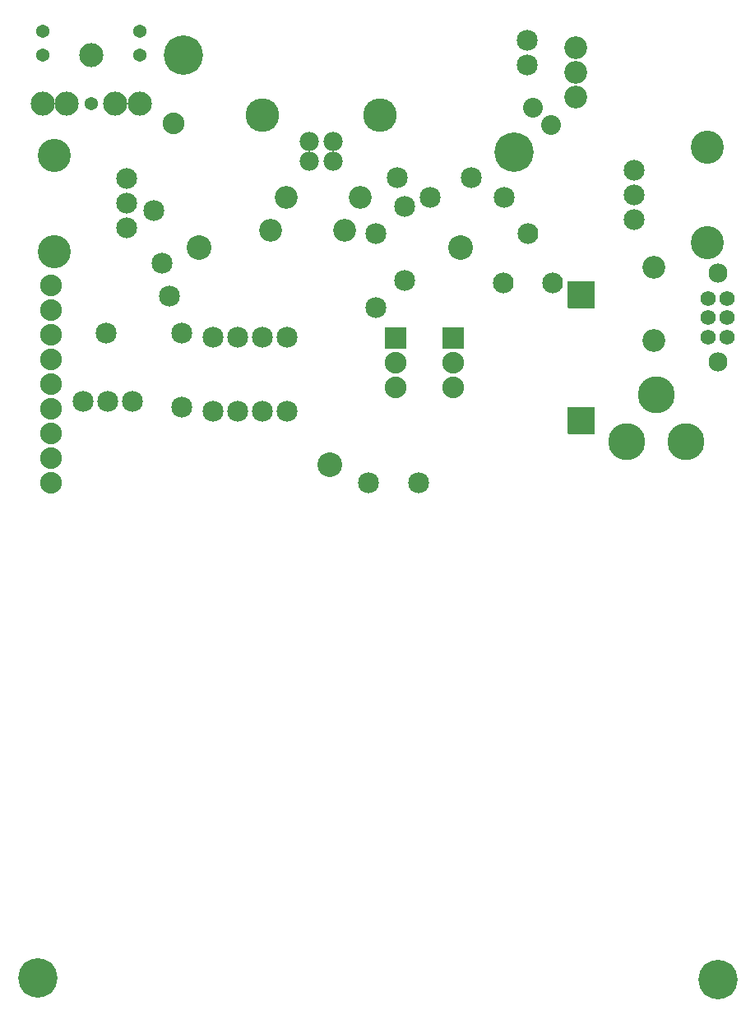
<source format=gts>
G04 MADE WITH FRITZING*
G04 WWW.FRITZING.ORG*
G04 DOUBLE SIDED*
G04 HOLES PLATED*
G04 CONTOUR ON CENTER OF CONTOUR VECTOR*
%ASAXBY*%
%FSLAX23Y23*%
%MOIN*%
%OFA0B0*%
%SFA1.0B1.0*%
%ADD10C,0.084000*%
%ADD11C,0.092000*%
%ADD12C,0.084667*%
%ADD13C,0.084695*%
%ADD14C,0.134033*%
%ADD15C,0.085000*%
%ADD16C,0.080000*%
%ADD17C,0.150000*%
%ADD18C,0.088000*%
%ADD19C,0.110000*%
%ADD20C,0.100000*%
%ADD21C,0.078000*%
%ADD22C,0.136000*%
%ADD23C,0.061496*%
%ADD24C,0.077244*%
%ADD25C,0.097695*%
%ADD26C,0.097722*%
%ADD27C,0.054000*%
%ADD28C,0.159606*%
%ADD29R,0.088000X0.088000*%
%ADD30C,0.030000*%
%ADD31R,0.001000X0.001000*%
%LNMASK1*%
G90*
G70*
G54D10*
X2256Y2977D03*
X2156Y3177D03*
X2056Y2977D03*
X2256Y2977D03*
X2156Y3177D03*
X2056Y2977D03*
X2256Y2977D03*
X2156Y3177D03*
X2056Y2977D03*
G54D11*
X2350Y3928D03*
X2350Y3828D03*
X2350Y3728D03*
G54D12*
X531Y3398D03*
X531Y3298D03*
G54D13*
X531Y3198D03*
G54D14*
X236Y3492D03*
X236Y3104D03*
G54D12*
X531Y3398D03*
X531Y3298D03*
G54D13*
X531Y3198D03*
G54D14*
X236Y3492D03*
X236Y3104D03*
G54D15*
X641Y3269D03*
X673Y3056D03*
G54D16*
X2248Y3615D03*
X2177Y3686D03*
G54D15*
X2153Y3859D03*
X2153Y3959D03*
X552Y2497D03*
X452Y2497D03*
X352Y2497D03*
X552Y2497D03*
X452Y2497D03*
X352Y2497D03*
G54D11*
X2665Y3039D03*
X2665Y2741D03*
G54D15*
X1625Y3403D03*
X1925Y3403D03*
G54D17*
X2555Y2332D03*
X2795Y2332D03*
X2675Y2522D03*
G54D18*
X224Y2966D03*
X224Y2866D03*
X224Y2766D03*
X224Y2666D03*
X224Y2566D03*
X224Y2466D03*
X224Y2366D03*
X224Y2266D03*
X224Y2166D03*
G54D15*
X1508Y2166D03*
X1712Y2166D03*
G54D18*
X720Y3623D03*
G54D19*
X2374Y2928D03*
X2374Y2418D03*
G54D20*
X1354Y2238D03*
X824Y3118D03*
X1884Y3118D03*
G54D19*
X2374Y2928D03*
X2374Y2418D03*
G54D20*
X1354Y2238D03*
X824Y3118D03*
X1884Y3118D03*
G54D21*
X1269Y3470D03*
X1367Y3470D03*
X1367Y3548D03*
X1269Y3548D03*
G54D22*
X1081Y3655D03*
X1555Y3655D03*
G54D11*
X1412Y3190D03*
X1114Y3190D03*
X1475Y3324D03*
X1177Y3324D03*
G54D15*
X752Y2473D03*
X752Y2773D03*
X704Y2923D03*
X445Y2773D03*
X2060Y3324D03*
X1760Y3324D03*
X1539Y2875D03*
X1539Y3175D03*
X1657Y2985D03*
X1657Y3285D03*
G54D23*
X2964Y2914D03*
X2886Y2914D03*
X2964Y2836D03*
X2886Y2836D03*
X2964Y2757D03*
X2886Y2757D03*
G54D24*
X2925Y2655D03*
X2925Y3017D03*
G54D23*
X2964Y2914D03*
X2886Y2914D03*
X2964Y2836D03*
X2886Y2836D03*
X2964Y2757D03*
X2886Y2757D03*
G54D24*
X2925Y2655D03*
X2925Y3017D03*
G54D15*
X1180Y2457D03*
X1180Y2757D03*
X1080Y2457D03*
X1080Y2757D03*
X980Y2457D03*
X980Y2757D03*
X880Y2457D03*
X880Y2757D03*
X1180Y2457D03*
X1180Y2757D03*
X1080Y2457D03*
X1080Y2757D03*
X980Y2457D03*
X980Y2757D03*
X880Y2457D03*
X880Y2757D03*
G54D18*
X1621Y2752D03*
X1621Y2652D03*
X1621Y2552D03*
X1621Y2752D03*
X1621Y2652D03*
X1621Y2552D03*
X1854Y2752D03*
X1854Y2652D03*
X1854Y2552D03*
X1854Y2752D03*
X1854Y2652D03*
X1854Y2552D03*
G54D25*
X386Y3899D03*
G54D26*
X582Y3702D03*
X484Y3702D03*
G54D25*
X287Y3702D03*
G54D26*
X189Y3702D03*
G54D27*
X582Y3997D03*
X189Y3997D03*
X189Y3899D03*
X386Y3702D03*
X582Y3899D03*
G54D28*
X2925Y151D03*
X169Y159D03*
X2098Y3505D03*
X760Y3899D03*
G54D12*
X2586Y3232D03*
X2586Y3332D03*
G54D13*
X2586Y3432D03*
G54D14*
X2882Y3138D03*
X2882Y3526D03*
G54D12*
X2586Y3232D03*
X2586Y3332D03*
G54D13*
X2586Y3432D03*
G54D14*
X2882Y3138D03*
X2882Y3526D03*
G54D29*
X1621Y2752D03*
X1621Y2752D03*
X1854Y2752D03*
X1854Y2752D03*
G54D30*
G36*
X2381Y3897D02*
X2319Y3897D01*
X2319Y3959D01*
X2381Y3959D01*
X2381Y3897D01*
G37*
D02*
G36*
X2126Y3887D02*
X2181Y3887D01*
X2181Y3832D01*
X2126Y3832D01*
X2126Y3887D01*
G37*
D02*
G36*
X2696Y3009D02*
X2634Y3009D01*
X2634Y3071D01*
X2696Y3071D01*
X2696Y3009D01*
G37*
D02*
G36*
X1382Y3159D02*
X1382Y3221D01*
X1444Y3221D01*
X1444Y3159D01*
X1382Y3159D01*
G37*
D02*
G36*
X1445Y3293D02*
X1445Y3355D01*
X1507Y3355D01*
X1507Y3293D01*
X1445Y3293D01*
G37*
D02*
G36*
X1208Y2429D02*
X1153Y2429D01*
X1153Y2484D01*
X1208Y2484D01*
X1208Y2429D01*
G37*
D02*
G36*
X1208Y2429D02*
X1153Y2429D01*
X1153Y2484D01*
X1208Y2484D01*
X1208Y2429D01*
G37*
D02*
G54D31*
X2318Y2983D02*
X2427Y2983D01*
X2318Y2982D02*
X2427Y2982D01*
X2318Y2981D02*
X2427Y2981D01*
X2318Y2980D02*
X2427Y2980D01*
X2318Y2979D02*
X2427Y2979D01*
X2318Y2978D02*
X2427Y2978D01*
X2318Y2977D02*
X2427Y2977D01*
X2318Y2976D02*
X2427Y2976D01*
X2318Y2975D02*
X2427Y2975D01*
X2318Y2974D02*
X2427Y2974D01*
X2318Y2973D02*
X2427Y2973D01*
X2318Y2972D02*
X2427Y2972D01*
X2318Y2971D02*
X2427Y2971D01*
X2318Y2970D02*
X2427Y2970D01*
X2318Y2969D02*
X2427Y2969D01*
X2318Y2968D02*
X2427Y2968D01*
X2318Y2967D02*
X2427Y2967D01*
X2318Y2966D02*
X2427Y2966D01*
X2318Y2965D02*
X2427Y2965D01*
X2318Y2964D02*
X2427Y2964D01*
X2318Y2963D02*
X2364Y2963D01*
X2381Y2963D02*
X2427Y2963D01*
X2318Y2962D02*
X2361Y2962D01*
X2385Y2962D02*
X2427Y2962D01*
X2318Y2961D02*
X2358Y2961D01*
X2388Y2961D02*
X2427Y2961D01*
X2318Y2960D02*
X2356Y2960D01*
X2390Y2960D02*
X2427Y2960D01*
X2318Y2959D02*
X2354Y2959D01*
X2391Y2959D02*
X2427Y2959D01*
X2318Y2958D02*
X2353Y2958D01*
X2393Y2958D02*
X2427Y2958D01*
X2318Y2957D02*
X2351Y2957D01*
X2394Y2957D02*
X2427Y2957D01*
X2318Y2956D02*
X2350Y2956D01*
X2396Y2956D02*
X2427Y2956D01*
X2318Y2955D02*
X2349Y2955D01*
X2397Y2955D02*
X2427Y2955D01*
X2318Y2954D02*
X2348Y2954D01*
X2398Y2954D02*
X2427Y2954D01*
X2318Y2953D02*
X2347Y2953D01*
X2399Y2953D02*
X2427Y2953D01*
X2318Y2952D02*
X2346Y2952D01*
X2400Y2952D02*
X2427Y2952D01*
X2318Y2951D02*
X2345Y2951D01*
X2400Y2951D02*
X2427Y2951D01*
X2318Y2950D02*
X2344Y2950D01*
X2401Y2950D02*
X2427Y2950D01*
X2318Y2949D02*
X2344Y2949D01*
X2402Y2949D02*
X2427Y2949D01*
X2318Y2948D02*
X2343Y2948D01*
X2403Y2948D02*
X2427Y2948D01*
X2318Y2947D02*
X2342Y2947D01*
X2403Y2947D02*
X2427Y2947D01*
X2318Y2946D02*
X2342Y2946D01*
X2404Y2946D02*
X2427Y2946D01*
X2318Y2945D02*
X2341Y2945D01*
X2404Y2945D02*
X2427Y2945D01*
X2318Y2944D02*
X2341Y2944D01*
X2405Y2944D02*
X2427Y2944D01*
X2318Y2943D02*
X2340Y2943D01*
X2405Y2943D02*
X2427Y2943D01*
X2318Y2942D02*
X2340Y2942D01*
X2406Y2942D02*
X2427Y2942D01*
X2318Y2941D02*
X2339Y2941D01*
X2406Y2941D02*
X2427Y2941D01*
X2318Y2940D02*
X2339Y2940D01*
X2407Y2940D02*
X2427Y2940D01*
X2318Y2939D02*
X2339Y2939D01*
X2407Y2939D02*
X2427Y2939D01*
X2318Y2938D02*
X2339Y2938D01*
X2407Y2938D02*
X2427Y2938D01*
X2318Y2937D02*
X2338Y2937D01*
X2407Y2937D02*
X2427Y2937D01*
X2318Y2936D02*
X2338Y2936D01*
X2408Y2936D02*
X2427Y2936D01*
X2318Y2935D02*
X2338Y2935D01*
X2408Y2935D02*
X2427Y2935D01*
X2318Y2934D02*
X2338Y2934D01*
X2408Y2934D02*
X2427Y2934D01*
X2318Y2933D02*
X2338Y2933D01*
X2408Y2933D02*
X2427Y2933D01*
X2318Y2932D02*
X2337Y2932D01*
X2408Y2932D02*
X2427Y2932D01*
X2318Y2931D02*
X2337Y2931D01*
X2408Y2931D02*
X2427Y2931D01*
X2318Y2930D02*
X2337Y2930D01*
X2408Y2930D02*
X2427Y2930D01*
X2318Y2929D02*
X2337Y2929D01*
X2408Y2929D02*
X2427Y2929D01*
X2318Y2928D02*
X2337Y2928D01*
X2408Y2928D02*
X2427Y2928D01*
X2318Y2927D02*
X2337Y2927D01*
X2408Y2927D02*
X2427Y2927D01*
X2318Y2926D02*
X2337Y2926D01*
X2408Y2926D02*
X2427Y2926D01*
X2318Y2925D02*
X2338Y2925D01*
X2408Y2925D02*
X2427Y2925D01*
X2318Y2924D02*
X2338Y2924D01*
X2408Y2924D02*
X2427Y2924D01*
X2318Y2923D02*
X2338Y2923D01*
X2408Y2923D02*
X2427Y2923D01*
X2318Y2922D02*
X2338Y2922D01*
X2408Y2922D02*
X2427Y2922D01*
X2318Y2921D02*
X2338Y2921D01*
X2407Y2921D02*
X2427Y2921D01*
X2318Y2920D02*
X2338Y2920D01*
X2407Y2920D02*
X2427Y2920D01*
X2318Y2919D02*
X2339Y2919D01*
X2407Y2919D02*
X2427Y2919D01*
X2318Y2918D02*
X2339Y2918D01*
X2407Y2918D02*
X2427Y2918D01*
X2318Y2917D02*
X2339Y2917D01*
X2406Y2917D02*
X2427Y2917D01*
X2318Y2916D02*
X2340Y2916D01*
X2406Y2916D02*
X2427Y2916D01*
X2318Y2915D02*
X2340Y2915D01*
X2406Y2915D02*
X2427Y2915D01*
X2318Y2914D02*
X2341Y2914D01*
X2405Y2914D02*
X2427Y2914D01*
X2318Y2913D02*
X2341Y2913D01*
X2405Y2913D02*
X2427Y2913D01*
X2318Y2912D02*
X2342Y2912D01*
X2404Y2912D02*
X2427Y2912D01*
X2318Y2911D02*
X2342Y2911D01*
X2403Y2911D02*
X2427Y2911D01*
X2318Y2910D02*
X2343Y2910D01*
X2403Y2910D02*
X2427Y2910D01*
X2318Y2909D02*
X2344Y2909D01*
X2402Y2909D02*
X2427Y2909D01*
X2318Y2908D02*
X2344Y2908D01*
X2401Y2908D02*
X2427Y2908D01*
X2318Y2907D02*
X2345Y2907D01*
X2401Y2907D02*
X2427Y2907D01*
X2318Y2906D02*
X2346Y2906D01*
X2400Y2906D02*
X2427Y2906D01*
X2318Y2905D02*
X2347Y2905D01*
X2399Y2905D02*
X2427Y2905D01*
X2318Y2904D02*
X2348Y2904D01*
X2398Y2904D02*
X2427Y2904D01*
X2318Y2903D02*
X2349Y2903D01*
X2397Y2903D02*
X2427Y2903D01*
X2318Y2902D02*
X2350Y2902D01*
X2396Y2902D02*
X2427Y2902D01*
X2318Y2901D02*
X2351Y2901D01*
X2394Y2901D02*
X2427Y2901D01*
X2318Y2900D02*
X2353Y2900D01*
X2393Y2900D02*
X2427Y2900D01*
X2318Y2899D02*
X2354Y2899D01*
X2392Y2899D02*
X2427Y2899D01*
X2318Y2898D02*
X2356Y2898D01*
X2390Y2898D02*
X2427Y2898D01*
X2318Y2897D02*
X2358Y2897D01*
X2388Y2897D02*
X2427Y2897D01*
X2318Y2896D02*
X2360Y2896D01*
X2385Y2896D02*
X2427Y2896D01*
X2318Y2895D02*
X2364Y2895D01*
X2382Y2895D02*
X2427Y2895D01*
X2318Y2894D02*
X2370Y2894D01*
X2375Y2894D02*
X2427Y2894D01*
X2318Y2893D02*
X2427Y2893D01*
X2318Y2892D02*
X2427Y2892D01*
X2318Y2891D02*
X2427Y2891D01*
X2318Y2890D02*
X2427Y2890D01*
X2318Y2889D02*
X2427Y2889D01*
X2318Y2888D02*
X2427Y2888D01*
X2318Y2887D02*
X2427Y2887D01*
X2318Y2886D02*
X2427Y2886D01*
X2318Y2885D02*
X2427Y2885D01*
X2318Y2884D02*
X2427Y2884D01*
X2318Y2883D02*
X2427Y2883D01*
X2318Y2882D02*
X2427Y2882D01*
X2318Y2881D02*
X2427Y2881D01*
X2318Y2880D02*
X2427Y2880D01*
X2318Y2879D02*
X2427Y2879D01*
X2318Y2878D02*
X2427Y2878D01*
X2318Y2877D02*
X2427Y2877D01*
X2318Y2876D02*
X2427Y2876D01*
X2318Y2875D02*
X2427Y2875D01*
X2319Y2874D02*
X2427Y2874D01*
X2318Y2473D02*
X2427Y2473D01*
X2318Y2472D02*
X2427Y2472D01*
X2318Y2471D02*
X2427Y2471D01*
X2318Y2470D02*
X2427Y2470D01*
X2318Y2469D02*
X2427Y2469D01*
X2318Y2468D02*
X2427Y2468D01*
X2318Y2467D02*
X2427Y2467D01*
X2318Y2466D02*
X2427Y2466D01*
X2318Y2465D02*
X2427Y2465D01*
X2318Y2464D02*
X2427Y2464D01*
X2318Y2463D02*
X2427Y2463D01*
X2318Y2462D02*
X2427Y2462D01*
X2318Y2461D02*
X2427Y2461D01*
X2318Y2460D02*
X2427Y2460D01*
X2318Y2459D02*
X2427Y2459D01*
X2318Y2458D02*
X2427Y2458D01*
X2318Y2457D02*
X2427Y2457D01*
X2318Y2456D02*
X2427Y2456D01*
X2318Y2455D02*
X2427Y2455D01*
X2318Y2454D02*
X2427Y2454D01*
X2318Y2453D02*
X2364Y2453D01*
X2381Y2453D02*
X2427Y2453D01*
X2318Y2452D02*
X2361Y2452D01*
X2385Y2452D02*
X2427Y2452D01*
X2318Y2451D02*
X2358Y2451D01*
X2388Y2451D02*
X2427Y2451D01*
X2318Y2450D02*
X2356Y2450D01*
X2390Y2450D02*
X2427Y2450D01*
X2318Y2449D02*
X2354Y2449D01*
X2391Y2449D02*
X2427Y2449D01*
X2318Y2448D02*
X2353Y2448D01*
X2393Y2448D02*
X2427Y2448D01*
X2318Y2447D02*
X2351Y2447D01*
X2394Y2447D02*
X2427Y2447D01*
X2318Y2446D02*
X2350Y2446D01*
X2396Y2446D02*
X2427Y2446D01*
X2318Y2445D02*
X2349Y2445D01*
X2397Y2445D02*
X2427Y2445D01*
X2318Y2444D02*
X2348Y2444D01*
X2398Y2444D02*
X2427Y2444D01*
X2318Y2443D02*
X2347Y2443D01*
X2399Y2443D02*
X2427Y2443D01*
X2318Y2442D02*
X2346Y2442D01*
X2400Y2442D02*
X2427Y2442D01*
X2318Y2441D02*
X2345Y2441D01*
X2400Y2441D02*
X2427Y2441D01*
X2318Y2440D02*
X2344Y2440D01*
X2401Y2440D02*
X2427Y2440D01*
X2318Y2439D02*
X2344Y2439D01*
X2402Y2439D02*
X2427Y2439D01*
X2318Y2438D02*
X2343Y2438D01*
X2403Y2438D02*
X2427Y2438D01*
X2318Y2437D02*
X2342Y2437D01*
X2403Y2437D02*
X2427Y2437D01*
X2318Y2436D02*
X2342Y2436D01*
X2404Y2436D02*
X2427Y2436D01*
X2318Y2435D02*
X2341Y2435D01*
X2404Y2435D02*
X2427Y2435D01*
X2318Y2434D02*
X2341Y2434D01*
X2405Y2434D02*
X2427Y2434D01*
X2318Y2433D02*
X2340Y2433D01*
X2405Y2433D02*
X2427Y2433D01*
X2318Y2432D02*
X2340Y2432D01*
X2406Y2432D02*
X2427Y2432D01*
X2318Y2431D02*
X2339Y2431D01*
X2406Y2431D02*
X2427Y2431D01*
X2318Y2430D02*
X2339Y2430D01*
X2407Y2430D02*
X2427Y2430D01*
X2318Y2429D02*
X2339Y2429D01*
X2407Y2429D02*
X2427Y2429D01*
X2318Y2428D02*
X2339Y2428D01*
X2407Y2428D02*
X2427Y2428D01*
X2318Y2427D02*
X2338Y2427D01*
X2407Y2427D02*
X2427Y2427D01*
X2318Y2426D02*
X2338Y2426D01*
X2408Y2426D02*
X2427Y2426D01*
X2318Y2425D02*
X2338Y2425D01*
X2408Y2425D02*
X2427Y2425D01*
X2318Y2424D02*
X2338Y2424D01*
X2408Y2424D02*
X2427Y2424D01*
X2318Y2423D02*
X2338Y2423D01*
X2408Y2423D02*
X2427Y2423D01*
X2318Y2422D02*
X2337Y2422D01*
X2408Y2422D02*
X2427Y2422D01*
X2318Y2421D02*
X2337Y2421D01*
X2408Y2421D02*
X2427Y2421D01*
X2318Y2420D02*
X2337Y2420D01*
X2408Y2420D02*
X2427Y2420D01*
X2318Y2419D02*
X2337Y2419D01*
X2408Y2419D02*
X2427Y2419D01*
X2318Y2418D02*
X2337Y2418D01*
X2408Y2418D02*
X2427Y2418D01*
X2318Y2417D02*
X2337Y2417D01*
X2408Y2417D02*
X2427Y2417D01*
X2318Y2416D02*
X2337Y2416D01*
X2408Y2416D02*
X2427Y2416D01*
X2318Y2415D02*
X2338Y2415D01*
X2408Y2415D02*
X2427Y2415D01*
X2318Y2414D02*
X2338Y2414D01*
X2408Y2414D02*
X2427Y2414D01*
X2318Y2413D02*
X2338Y2413D01*
X2408Y2413D02*
X2427Y2413D01*
X2318Y2412D02*
X2338Y2412D01*
X2408Y2412D02*
X2427Y2412D01*
X2318Y2411D02*
X2338Y2411D01*
X2407Y2411D02*
X2427Y2411D01*
X2318Y2410D02*
X2338Y2410D01*
X2407Y2410D02*
X2427Y2410D01*
X2318Y2409D02*
X2339Y2409D01*
X2407Y2409D02*
X2427Y2409D01*
X2318Y2408D02*
X2339Y2408D01*
X2407Y2408D02*
X2427Y2408D01*
X2318Y2407D02*
X2339Y2407D01*
X2406Y2407D02*
X2427Y2407D01*
X2318Y2406D02*
X2340Y2406D01*
X2406Y2406D02*
X2427Y2406D01*
X2318Y2405D02*
X2340Y2405D01*
X2406Y2405D02*
X2427Y2405D01*
X2318Y2404D02*
X2341Y2404D01*
X2405Y2404D02*
X2427Y2404D01*
X2318Y2403D02*
X2341Y2403D01*
X2405Y2403D02*
X2427Y2403D01*
X2318Y2402D02*
X2342Y2402D01*
X2404Y2402D02*
X2427Y2402D01*
X2318Y2401D02*
X2342Y2401D01*
X2403Y2401D02*
X2427Y2401D01*
X2318Y2400D02*
X2343Y2400D01*
X2403Y2400D02*
X2427Y2400D01*
X2318Y2399D02*
X2344Y2399D01*
X2402Y2399D02*
X2427Y2399D01*
X2318Y2398D02*
X2344Y2398D01*
X2401Y2398D02*
X2427Y2398D01*
X2318Y2397D02*
X2345Y2397D01*
X2401Y2397D02*
X2427Y2397D01*
X2318Y2396D02*
X2346Y2396D01*
X2400Y2396D02*
X2427Y2396D01*
X2318Y2395D02*
X2347Y2395D01*
X2399Y2395D02*
X2427Y2395D01*
X2318Y2394D02*
X2348Y2394D01*
X2398Y2394D02*
X2427Y2394D01*
X2318Y2393D02*
X2349Y2393D01*
X2397Y2393D02*
X2427Y2393D01*
X2318Y2392D02*
X2350Y2392D01*
X2396Y2392D02*
X2427Y2392D01*
X2318Y2391D02*
X2351Y2391D01*
X2394Y2391D02*
X2427Y2391D01*
X2318Y2390D02*
X2353Y2390D01*
X2393Y2390D02*
X2427Y2390D01*
X2318Y2389D02*
X2354Y2389D01*
X2392Y2389D02*
X2427Y2389D01*
X2318Y2388D02*
X2356Y2388D01*
X2390Y2388D02*
X2427Y2388D01*
X2318Y2387D02*
X2358Y2387D01*
X2388Y2387D02*
X2427Y2387D01*
X2318Y2386D02*
X2360Y2386D01*
X2385Y2386D02*
X2427Y2386D01*
X2318Y2385D02*
X2364Y2385D01*
X2382Y2385D02*
X2427Y2385D01*
X2318Y2384D02*
X2370Y2384D01*
X2375Y2384D02*
X2427Y2384D01*
X2318Y2383D02*
X2427Y2383D01*
X2318Y2382D02*
X2427Y2382D01*
X2318Y2381D02*
X2427Y2381D01*
X2318Y2380D02*
X2427Y2380D01*
X2318Y2379D02*
X2427Y2379D01*
X2318Y2378D02*
X2427Y2378D01*
X2318Y2377D02*
X2427Y2377D01*
X2318Y2376D02*
X2427Y2376D01*
X2318Y2375D02*
X2427Y2375D01*
X2318Y2374D02*
X2427Y2374D01*
X2318Y2373D02*
X2427Y2373D01*
X2318Y2372D02*
X2427Y2372D01*
X2318Y2371D02*
X2427Y2371D01*
X2318Y2370D02*
X2427Y2370D01*
X2318Y2369D02*
X2427Y2369D01*
X2318Y2368D02*
X2427Y2368D01*
X2318Y2367D02*
X2427Y2367D01*
X2318Y2366D02*
X2427Y2366D01*
X2318Y2365D02*
X2427Y2365D01*
X2319Y2364D02*
X2427Y2364D01*
D02*
G04 End of Mask1*
M02*
</source>
